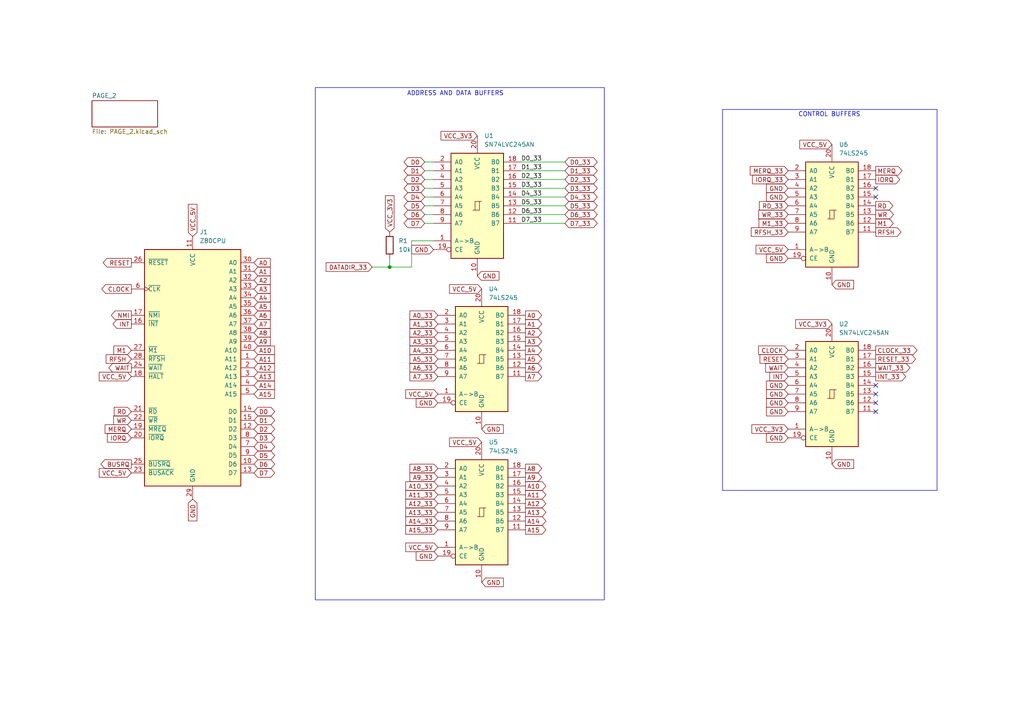
<source format=kicad_sch>
(kicad_sch (version 20231120) (generator "eeschema") (generator_version "8.0")
  (paper "A4")
  (lib_symbols
    (symbol "74xx:74LS245" (pin_names (offset 1.016))
      (property "Reference" "U" (at -7.62 16.51 0))
      (property "Value" "74LS245" (at -7.62 -16.51 0))
      (symbol "74LS245_1_0"
        (polyline (pts (xy -0.635 -1.27) (xy -0.635 1.27) (xy 0.635 1.27)))
        (polyline (pts (xy -1.27 -1.27) (xy 0.635 -1.27) (xy 0.635 1.27) (xy 1.27 1.27)))
        (pin input line (at -12.7 -10.16 0) (length 5.08) (name "A->B") (number "1"))
        (pin power_in line (at 0 -20.32 90) (length 5.08) (name "GND") (number "10"))
        (pin tri_state line (at 12.7 -5.08 180) (length 5.08) (name "B7") (number "11"))
        (pin tri_state line (at 12.7 -2.54 180) (length 5.08) (name "B6") (number "12"))
        (pin tri_state line (at 12.7 0 180) (length 5.08) (name "B5") (number "13"))
        (pin tri_state line (at 12.7 2.54 180) (length 5.08) (name "B4") (number "14"))
        (pin tri_state line (at 12.7 5.08 180) (length 5.08) (name "B3") (number "15"))
        (pin tri_state line (at 12.7 7.62 180) (length 5.08) (name "B2") (number "16"))
        (pin tri_state line (at 12.7 10.16 180) (length 5.08) (name "B1") (number "17"))
        (pin tri_state line (at 12.7 12.7 180) (length 5.08) (name "B0") (number "18"))
        (pin input inverted (at -12.7 -12.7 0) (length 5.08) (name "CE") (number "19"))
        (pin tri_state line (at -12.7 12.7 0) (length 5.08) (name "A0") (number "2"))
        (pin power_in line (at 0 20.32 270) (length 5.08) (name "VCC") (number "20"))
        (pin tri_state line (at -12.7 10.16 0) (length 5.08) (name "A1") (number "3"))
        (pin tri_state line (at -12.7 7.62 0) (length 5.08) (name "A2") (number "4"))
        (pin tri_state line (at -12.7 5.08 0) (length 5.08) (name "A3") (number "5"))
        (pin tri_state line (at -12.7 2.54 0) (length 5.08) (name "A4") (number "6"))
        (pin tri_state line (at -12.7 0 0) (length 5.08) (name "A5") (number "7"))
        (pin tri_state line (at -12.7 -2.54 0) (length 5.08) (name "A6") (number "8"))
        (pin tri_state line (at -12.7 -5.08 0) (length 5.08) (name "A7") (number "9"))
      )
      (symbol "74LS245_1_1"
        (rectangle (start -7.62 15.24) (end 7.62 -15.24) (stroke (width 0.254)) (fill (type background)))
      )
    )
    (symbol "CPU:Z80CPU" (pin_names (offset 1.016))
      (property "Reference" "U" (at -13.97 35.56 0))
      (property "Value" "Z80CPU" (at 6.35 35.56 0))
      (symbol "Z80CPU_0_1"
        (rectangle (start -13.97 34.29) (end 13.97 -34.29) (stroke (width 0.254)) (fill (type background)))
      )
      (symbol "Z80CPU_1_1"
        (pin output line (at 17.78 2.54 180) (length 3.81) (name "A11") (number "1"))
        (pin bidirectional line (at 17.78 -27.94 180) (length 3.81) (name "D6") (number "10"))
        (pin power_in line (at 0 38.1 270) (length 3.81) (name "VCC") (number "11"))
        (pin bidirectional line (at 17.78 -17.78 180) (length 3.81) (name "D2") (number "12"))
        (pin bidirectional line (at 17.78 -30.48 180) (length 3.81) (name "D7") (number "13"))
        (pin bidirectional line (at 17.78 -12.7 180) (length 3.81) (name "D0") (number "14"))
        (pin bidirectional line (at 17.78 -15.24 180) (length 3.81) (name "D1") (number "15"))
        (pin input line (at -17.78 12.7 0) (length 3.81) (name "~{INT}") (number "16"))
        (pin input line (at -17.78 15.24 0) (length 3.81) (name "~{NMI}") (number "17"))
        (pin output line (at -17.78 -2.54 0) (length 3.81) (name "~{HALT}") (number "18"))
        (pin output line (at -17.78 -17.78 0) (length 3.81) (name "~{MREQ}") (number "19"))
        (pin output line (at 17.78 0 180) (length 3.81) (name "A12") (number "2"))
        (pin output line (at -17.78 -20.32 0) (length 3.81) (name "~{IORQ}") (number "20"))
        (pin output line (at -17.78 -12.7 0) (length 3.81) (name "~{RD}") (number "21"))
        (pin output line (at -17.78 -15.24 0) (length 3.81) (name "~{WR}") (number "22"))
        (pin output line (at -17.78 -30.48 0) (length 3.81) (name "~{BUSACK}") (number "23"))
        (pin input line (at -17.78 0 0) (length 3.81) (name "~{WAIT}") (number "24"))
        (pin input line (at -17.78 -27.94 0) (length 3.81) (name "~{BUSRQ}") (number "25"))
        (pin input line (at -17.78 30.48 0) (length 3.81) (name "~{RESET}") (number "26"))
        (pin output line (at -17.78 5.08 0) (length 3.81) (name "~{M1}") (number "27"))
        (pin output line (at -17.78 2.54 0) (length 3.81) (name "~{RFSH}") (number "28"))
        (pin power_in line (at 0 -38.1 90) (length 3.81) (name "GND") (number "29"))
        (pin output line (at 17.78 -2.54 180) (length 3.81) (name "A13") (number "3"))
        (pin output line (at 17.78 30.48 180) (length 3.81) (name "A0") (number "30"))
        (pin output line (at 17.78 27.94 180) (length 3.81) (name "A1") (number "31"))
        (pin output line (at 17.78 25.4 180) (length 3.81) (name "A2") (number "32"))
        (pin output line (at 17.78 22.86 180) (length 3.81) (name "A3") (number "33"))
        (pin output line (at 17.78 20.32 180) (length 3.81) (name "A4") (number "34"))
        (pin output line (at 17.78 17.78 180) (length 3.81) (name "A5") (number "35"))
        (pin output line (at 17.78 15.24 180) (length 3.81) (name "A6") (number "36"))
        (pin output line (at 17.78 12.7 180) (length 3.81) (name "A7") (number "37"))
        (pin output line (at 17.78 10.16 180) (length 3.81) (name "A8") (number "38"))
        (pin output line (at 17.78 7.62 180) (length 3.81) (name "A9") (number "39"))
        (pin output line (at 17.78 -5.08 180) (length 3.81) (name "A14") (number "4"))
        (pin output line (at 17.78 5.08 180) (length 3.81) (name "A10") (number "40"))
        (pin output line (at 17.78 -7.62 180) (length 3.81) (name "A15") (number "5"))
        (pin input clock (at -17.78 22.86 0) (length 3.81) (name "~{CLK}") (number "6"))
        (pin bidirectional line (at 17.78 -22.86 180) (length 3.81) (name "D4") (number "7"))
        (pin bidirectional line (at 17.78 -20.32 180) (length 3.81) (name "D3") (number "8"))
        (pin bidirectional line (at 17.78 -25.4 180) (length 3.81) (name "D5") (number "9"))
      )
    )
    (symbol "Device:R" (pin_numbers hide) (pin_names (offset 0))
      (property "Reference" "R" (at 2.032 0 90))
      (property "Value" "R" (at 0 0 90))
      (symbol "R_0_1"
        (rectangle (start -1.016 -2.54) (end 1.016 2.54) (stroke (width 0.254)))
      )
      (symbol "R_1_1"
        (pin passive line (at 0 3.81 270) (length 1.27) (name "~") (number "1"))
        (pin passive line (at 0 -3.81 90) (length 1.27) (name "~") (number "2"))
      )
    )
    (symbol "Mi_libreria:SN74LVC245AN" (pin_names (offset 1.016))
      (property "Reference" "U" (at -7.62 16.51 0))
      (property "Value" "SN74LVC245AN" (at -7.62 -16.51 0))
      (symbol "SN74LVC245AN_1_0"
        (polyline (pts (xy -0.635 -1.27) (xy -0.635 1.27) (xy 0.635 1.27)))
        (polyline (pts (xy -1.27 -1.27) (xy 0.635 -1.27) (xy 0.635 1.27) (xy 1.27 1.27)))
        (pin input line (at -12.7 -10.16 0) (length 5.08) (name "A->B") (number "1"))
        (pin power_in line (at 0 -20.32 90) (length 5.08) (name "GND") (number "10"))
        (pin tri_state line (at 12.7 -5.08 180) (length 5.08) (name "B7") (number "11"))
        (pin tri_state line (at 12.7 -2.54 180) (length 5.08) (name "B6") (number "12"))
        (pin tri_state line (at 12.7 0 180) (length 5.08) (name "B5") (number "13"))
        (pin tri_state line (at 12.7 2.54 180) (length 5.08) (name "B4") (number "14"))
        (pin tri_state line (at 12.7 5.08 180) (length 5.08) (name "B3") (number "15"))
        (pin tri_state line (at 12.7 7.62 180) (length 5.08) (name "B2") (number "16"))
        (pin tri_state line (at 12.7 10.16 180) (length 5.08) (name "B1") (number "17"))
        (pin tri_state line (at 12.7 12.7 180) (length 5.08) (name "B0") (number "18"))
        (pin input inverted (at -12.7 -12.7 0) (length 5.08) (name "CE") (number "19"))
        (pin tri_state line (at -12.7 12.7 0) (length 5.08) (name "A0") (number "2"))
        (pin power_in line (at 0 20.32 270) (length 5.08) (name "VCC") (number "20"))
        (pin tri_state line (at -12.7 10.16 0) (length 5.08) (name "A1") (number "3"))
        (pin tri_state line (at -12.7 7.62 0) (length 5.08) (name "A2") (number "4"))
        (pin tri_state line (at -12.7 5.08 0) (length 5.08) (name "A3") (number "5"))
        (pin tri_state line (at -12.7 2.54 0) (length 5.08) (name "A4") (number "6"))
        (pin tri_state line (at -12.7 0 0) (length 5.08) (name "A5") (number "7"))
        (pin tri_state line (at -12.7 -2.54 0) (length 5.08) (name "A6") (number "8"))
        (pin tri_state line (at -12.7 -5.08 0) (length 5.08) (name "A7") (number "9"))
      )
      (symbol "SN74LVC245AN_1_1"
        (rectangle (start -7.62 15.24) (end 7.62 -15.24) (stroke (width 0.254)) (fill (type background)))
      )
    )
    (symbol "SN74LVC245AN_1" (pin_names (offset 1.016))
      (property "Reference" "U1" (at 2.0194 20.32 0))
      (property "Value" "SN74LVC245AN" (at 2.0194 17.78 0))
      (symbol "SN74LVC245AN_1_1_0"
        (polyline (pts (xy -0.635 -1.27) (xy -0.635 1.27) (xy 0.635 1.27)))
        (polyline (pts (xy -1.27 -1.27) (xy 0.635 -1.27) (xy 0.635 1.27) (xy 1.27 1.27)))
        (pin input line (at -12.7 -10.16 0) (length 5.08) (name "A->B") (number "1"))
        (pin power_in line (at 0 -20.32 90) (length 5.08) (name "GND") (number "10"))
        (pin tri_state line (at 12.7 -5.08 180) (length 5.08) (name "B7") (number "11"))
        (pin tri_state line (at 12.7 -2.54 180) (length 5.08) (name "B6") (number "12"))
        (pin tri_state line (at 12.7 0 180) (length 5.08) (name "B5") (number "13"))
        (pin tri_state line (at 12.7 2.54 180) (length 5.08) (name "B4") (number "14"))
        (pin tri_state line (at 12.7 5.08 180) (length 5.08) (name "B3") (number "15"))
        (pin tri_state line (at 12.7 7.62 180) (length 5.08) (name "B2") (number "16"))
        (pin tri_state line (at 12.7 10.16 180) (length 5.08) (name "B1") (number "17"))
        (pin tri_state line (at 12.7 12.7 180) (length 5.08) (name "B0") (number "18"))
        (pin input inverted (at -12.7 -12.7 0) (length 5.08) (name "CE") (number "19"))
        (pin tri_state line (at -12.7 12.7 0) (length 5.08) (name "A0") (number "2"))
        (pin power_in line (at 0 20.32 270) (length 5.08) (name "VCC") (number "20"))
        (pin tri_state line (at -12.7 10.16 0) (length 5.08) (name "A1") (number "3"))
        (pin tri_state line (at -12.7 7.62 0) (length 5.08) (name "A2") (number "4"))
        (pin tri_state line (at -12.7 5.08 0) (length 5.08) (name "A3") (number "5"))
        (pin tri_state line (at -12.7 2.54 0) (length 5.08) (name "A4") (number "6"))
        (pin tri_state line (at -12.7 0 0) (length 5.08) (name "A5") (number "7"))
        (pin tri_state line (at -12.7 -2.54 0) (length 5.08) (name "A6") (number "8"))
        (pin tri_state line (at -12.7 -5.08 0) (length 5.08) (name "A7") (number "9"))
      )
      (symbol "SN74LVC245AN_1_1_1"
        (rectangle (start -7.62 15.24) (end 7.62 -15.24) (stroke (width 0.254)) (fill (type background)))
      )
    )
  )
  (junction (at 113.03 77.47))
  (no_connect (at 254 54.61))
  (no_connect (at 254 114.3))
  (no_connect (at 254 116.84))
  (no_connect (at 254 119.38))
  (no_connect (at 254 111.76))
  (no_connect (at 254 57.15))
  (wire (pts (xy 113.03 74.93) (xy 113.03 77.47)))
  (wire (pts (xy 107.95 77.47) (xy 113.03 77.47)))
  (wire (pts (xy 119.38 69.85) (xy 125.73 69.85)))
  (wire (pts (xy 151.13 46.99) (xy 163.83 46.99)))
  (wire (pts (xy 123.19 49.53) (xy 125.73 49.53)))
  (wire (pts (xy 123.19 54.61) (xy 125.73 54.61)))
  (wire (pts (xy 151.13 52.07) (xy 163.83 52.07)))
  (wire (pts (xy 123.19 64.77) (xy 125.73 64.77)))
  (wire (pts (xy 151.13 59.69) (xy 163.83 59.69)))
  (wire (pts (xy 119.38 69.85) (xy 119.38 77.47)))
  (wire (pts (xy 123.19 52.07) (xy 125.73 52.07)))
  (wire (pts (xy 123.19 57.15) (xy 125.73 57.15)))
  (wire (pts (xy 123.19 59.69) (xy 125.73 59.69)))
  (wire (pts (xy 151.13 57.15) (xy 163.83 57.15)))
  (wire (pts (xy 151.13 64.77) (xy 163.83 64.77)))
  (wire (pts (xy 151.13 54.61) (xy 163.83 54.61)))
  (wire (pts (xy 113.03 77.47) (xy 119.38 77.47)))
  (wire (pts (xy 123.19 62.23) (xy 125.73 62.23)))
  (wire (pts (xy 123.19 46.99) (xy 125.73 46.99)))
  (wire (pts (xy 151.13 49.53) (xy 163.83 49.53)))
  (wire (pts (xy 151.13 62.23) (xy 163.83 62.23)))
  (rectangle (start 209.55 31.75) (end 271.78 142.24))
  (rectangle (start 91.44 25.4) (end 175.26 173.99))
  (text "ADDRESS AND DATA BUFFERS" (at 132.08 27.178 0) (effects (font (size 1.27 1.27))))
  (text "CONTROL BUFFERS" (at 240.538 33.274 0) (effects (font (size 1.27 1.27))))
  (label "D0_33" (at 151.13 46.99 0))
  (label "D1_33" (at 151.13 49.53 0))
  (label "D4_33" (at 151.13 57.15 0))
  (label "D3_33" (at 151.13 54.61 0))
  (label "D5_33" (at 151.13 59.69 0))
  (label "D2_33" (at 151.13 52.07 0))
  (label "D6_33" (at 151.13 62.23 0))
  (label "D7_33" (at 151.13 64.77 0))
  (global_label "VCC_3V3" (shape input) (at 228.6 124.46 180) (property "Intersheetrefs" "${INTERSHEET_REFS}" (effects (hide yes))))
  (global_label "A4_33" (shape input) (at 127 101.6 180) (property "Intersheetrefs" "${INTERSHEET_REFS}" (effects (hide yes))))
  (global_label "D0" (shape bidirectional) (at 123.19 46.99 180) (property "Intersheetrefs" "${INTERSHEET_REFS}" (effects (hide yes))))
  (global_label "D2" (shape bidirectional) (at 73.66 124.46 0) (property "Intersheetrefs" "${INTERSHEET_REFS}" (effects (hide yes))))
  (global_label "A14" (shape output) (at 152.4 151.13 0) (property "Intersheetrefs" "${INTERSHEET_REFS}" (effects (hide yes))))
  (global_label "MERQ" (shape input) (at 38.1 124.46 180) (property "Intersheetrefs" "${INTERSHEET_REFS}" (effects (hide yes))))
  (global_label "GND" (shape input) (at 127 116.84 180) (property "Intersheetrefs" "${INTERSHEET_REFS}" (effects (hide yes))))
  (global_label "A4" (shape input) (at 73.66 86.36 0) (property "Intersheetrefs" "${INTERSHEET_REFS}" (effects (hide yes))))
  (global_label "A2" (shape input) (at 73.66 81.28 0) (property "Intersheetrefs" "${INTERSHEET_REFS}" (effects (hide yes))))
  (global_label "D1" (shape bidirectional) (at 73.66 121.92 0) (property "Intersheetrefs" "${INTERSHEET_REFS}" (effects (hide yes))))
  (global_label "A2_33" (shape input) (at 127 96.52 180) (property "Intersheetrefs" "${INTERSHEET_REFS}" (effects (hide yes))))
  (global_label "A8" (shape input) (at 73.66 96.52 0) (property "Intersheetrefs" "${INTERSHEET_REFS}" (effects (hide yes))))
  (global_label "VCC_5V" (shape input) (at 139.7 83.82 180) (property "Intersheetrefs" "${INTERSHEET_REFS}" (effects (hide yes))))
  (global_label "A3" (shape input) (at 73.66 83.82 0) (property "Intersheetrefs" "${INTERSHEET_REFS}" (effects (hide yes))))
  (global_label "GND" (shape input) (at 138.43 80.01 0) (property "Intersheetrefs" "${INTERSHEET_REFS}" (effects (hide yes))))
  (global_label "A15" (shape output) (at 152.4 153.67 0) (property "Intersheetrefs" "${INTERSHEET_REFS}" (effects (hide yes))))
  (global_label "WAIT" (shape output) (at 38.1 106.68 180) (property "Intersheetrefs" "${INTERSHEET_REFS}" (effects (hide yes))))
  (global_label "GND" (shape input) (at 228.6 127 180) (property "Intersheetrefs" "${INTERSHEET_REFS}" (effects (hide yes))))
  (global_label "A1" (shape output) (at 152.4 93.98 0) (property "Intersheetrefs" "${INTERSHEET_REFS}" (effects (hide yes))))
  (global_label "DATADIR_33" (shape input) (at 107.95 77.47 180) (property "Intersheetrefs" "${INTERSHEET_REFS}" (effects (hide yes))))
  (global_label "A10" (shape output) (at 152.4 140.97 0) (property "Intersheetrefs" "${INTERSHEET_REFS}" (effects (hide yes))))
  (global_label "D7" (shape bidirectional) (at 123.19 64.77 180) (property "Intersheetrefs" "${INTERSHEET_REFS}" (effects (hide yes))))
  (global_label "GND" (shape input) (at 228.6 116.84 180) (property "Intersheetrefs" "${INTERSHEET_REFS}" (effects (hide yes))))
  (global_label "GND" (shape input) (at 139.7 124.46 0) (property "Intersheetrefs" "${INTERSHEET_REFS}" (effects (hide yes))))
  (global_label "CLOCK_33" (shape output) (at 254 101.6 0) (property "Intersheetrefs" "${INTERSHEET_REFS}" (effects (hide yes))))
  (global_label "WR" (shape output) (at 254 62.23 0) (property "Intersheetrefs" "${INTERSHEET_REFS}" (effects (hide yes))))
  (global_label "A3" (shape output) (at 152.4 99.06 0) (property "Intersheetrefs" "${INTERSHEET_REFS}" (effects (hide yes))))
  (global_label "A12" (shape input) (at 73.66 106.68 0) (property "Intersheetrefs" "${INTERSHEET_REFS}" (effects (hide yes))))
  (global_label "A0" (shape output) (at 152.4 91.44 0) (property "Intersheetrefs" "${INTERSHEET_REFS}" (effects (hide yes))))
  (global_label "INT_33" (shape output) (at 254 109.22 0) (property "Intersheetrefs" "${INTERSHEET_REFS}" (effects (hide yes))))
  (global_label "GND" (shape input) (at 228.6 119.38 180) (property "Intersheetrefs" "${INTERSHEET_REFS}" (effects (hide yes))))
  (global_label "MERQ" (shape output) (at 254 49.53 0) (property "Intersheetrefs" "${INTERSHEET_REFS}" (effects (hide yes))))
  (global_label "A9_33" (shape input) (at 127 138.43 180) (property "Intersheetrefs" "${INTERSHEET_REFS}" (effects (hide yes))))
  (global_label "A12_33" (shape input) (at 127 146.05 180) (property "Intersheetrefs" "${INTERSHEET_REFS}" (effects (hide yes))))
  (global_label "A15_33" (shape input) (at 127 153.67 180) (property "Intersheetrefs" "${INTERSHEET_REFS}" (effects (hide yes))))
  (global_label "VCC_3V3" (shape input) (at 113.03 67.31 90) (property "Intersheetrefs" "${INTERSHEET_REFS}" (effects (hide yes))))
  (global_label "A13" (shape output) (at 152.4 148.59 0) (property "Intersheetrefs" "${INTERSHEET_REFS}" (effects (hide yes))))
  (global_label "CLOCK" (shape input) (at 228.6 101.6 180) (property "Intersheetrefs" "${INTERSHEET_REFS}" (effects (hide yes))))
  (global_label "VCC_5V" (shape input) (at 127 114.3 180) (property "Intersheetrefs" "${INTERSHEET_REFS}" (effects (hide yes))))
  (global_label "VCC_5V" (shape input) (at 241.3 41.91 180) (property "Intersheetrefs" "${INTERSHEET_REFS}" (effects (hide yes))))
  (global_label "RESET" (shape input) (at 228.6 104.14 180) (property "Intersheetrefs" "${INTERSHEET_REFS}" (effects (hide yes))))
  (global_label "VCC_3V3" (shape input) (at 138.43 39.37 180) (property "Intersheetrefs" "${INTERSHEET_REFS}" (effects (hide yes))))
  (global_label "M1" (shape input) (at 38.1 101.6 180) (property "Intersheetrefs" "${INTERSHEET_REFS}" (effects (hide yes))))
  (global_label "A5" (shape input) (at 73.66 88.9 0) (property "Intersheetrefs" "${INTERSHEET_REFS}" (effects (hide yes))))
  (global_label "M1_33" (shape input) (at 228.6 64.77 180) (property "Intersheetrefs" "${INTERSHEET_REFS}" (effects (hide yes))))
  (global_label "A0_33" (shape input) (at 127 91.44 180) (property "Intersheetrefs" "${INTERSHEET_REFS}" (effects (hide yes))))
  (global_label "A12" (shape output) (at 152.4 146.05 0) (property "Intersheetrefs" "${INTERSHEET_REFS}" (effects (hide yes))))
  (global_label "A7" (shape input) (at 73.66 93.98 0) (property "Intersheetrefs" "${INTERSHEET_REFS}" (effects (hide yes))))
  (global_label "GND" (shape input) (at 228.6 111.76 180) (property "Intersheetrefs" "${INTERSHEET_REFS}" (effects (hide yes))))
  (global_label "M1" (shape output) (at 254 64.77 0) (property "Intersheetrefs" "${INTERSHEET_REFS}" (effects (hide yes))))
  (global_label "GND" (shape input) (at 125.73 72.39 180) (property "Intersheetrefs" "${INTERSHEET_REFS}" (effects (hide yes))))
  (global_label "A10" (shape input) (at 73.66 101.6 0) (property "Intersheetrefs" "${INTERSHEET_REFS}" (effects (hide yes))))
  (global_label "RD_33" (shape input) (at 228.6 59.69 180) (property "Intersheetrefs" "${INTERSHEET_REFS}" (effects (hide yes))))
  (global_label "D7" (shape bidirectional) (at 73.66 137.16 0) (property "Intersheetrefs" "${INTERSHEET_REFS}" (effects (hide yes))))
  (global_label "A11" (shape input) (at 73.66 104.14 0) (property "Intersheetrefs" "${INTERSHEET_REFS}" (effects (hide yes))))
  (global_label "VCC_5V" (shape input) (at 38.1 109.22 180) (property "Intersheetrefs" "${INTERSHEET_REFS}" (effects (hide yes))))
  (global_label "A6" (shape input) (at 73.66 91.44 0) (property "Intersheetrefs" "${INTERSHEET_REFS}" (effects (hide yes))))
  (global_label "D6" (shape bidirectional) (at 73.66 134.62 0) (property "Intersheetrefs" "${INTERSHEET_REFS}" (effects (hide yes))))
  (global_label "A15" (shape input) (at 73.66 114.3 0) (property "Intersheetrefs" "${INTERSHEET_REFS}" (effects (hide yes))))
  (global_label "GND" (shape input) (at 228.6 74.93 180) (property "Intersheetrefs" "${INTERSHEET_REFS}" (effects (hide yes))))
  (global_label "A11_33" (shape input) (at 127 143.51 180) (property "Intersheetrefs" "${INTERSHEET_REFS}" (effects (hide yes))))
  (global_label "D6_33" (shape bidirectional) (at 163.83 62.23 0) (property "Intersheetrefs" "${INTERSHEET_REFS}" (effects (hide yes))))
  (global_label "IORQ" (shape input) (at 38.1 127 180) (property "Intersheetrefs" "${INTERSHEET_REFS}" (effects (hide yes))))
  (global_label "A0" (shape input) (at 73.66 76.2 0) (property "Intersheetrefs" "${INTERSHEET_REFS}" (effects (hide yes))))
  (global_label "D5" (shape bidirectional) (at 73.66 132.08 0) (property "Intersheetrefs" "${INTERSHEET_REFS}" (effects (hide yes))))
  (global_label "A6_33" (shape input) (at 127 106.68 180) (property "Intersheetrefs" "${INTERSHEET_REFS}" (effects (hide yes))))
  (global_label "A5" (shape output) (at 152.4 104.14 0) (property "Intersheetrefs" "${INTERSHEET_REFS}" (effects (hide yes))))
  (global_label "D2_33" (shape bidirectional) (at 163.83 52.07 0) (property "Intersheetrefs" "${INTERSHEET_REFS}" (effects (hide yes))))
  (global_label "VCC_3V3" (shape input) (at 241.3 93.98 180) (property "Intersheetrefs" "${INTERSHEET_REFS}" (effects (hide yes))))
  (global_label "RFSH" (shape input) (at 38.1 104.14 180) (property "Intersheetrefs" "${INTERSHEET_REFS}" (effects (hide yes))))
  (global_label "RESET_33" (shape output) (at 254 104.14 0) (property "Intersheetrefs" "${INTERSHEET_REFS}" (effects (hide yes))))
  (global_label "GND" (shape input) (at 241.3 134.62 0) (property "Intersheetrefs" "${INTERSHEET_REFS}" (effects (hide yes))))
  (global_label "A1_33" (shape input) (at 127 93.98 180) (property "Intersheetrefs" "${INTERSHEET_REFS}" (effects (hide yes))))
  (global_label "D3" (shape bidirectional) (at 73.66 127 0) (property "Intersheetrefs" "${INTERSHEET_REFS}" (effects (hide yes))))
  (global_label "A10_33" (shape input) (at 127 140.97 180) (property "Intersheetrefs" "${INTERSHEET_REFS}" (effects (hide yes))))
  (global_label "IORQ_33" (shape input) (at 228.6 52.07 180) (property "Intersheetrefs" "${INTERSHEET_REFS}" (effects (hide yes))))
  (global_label "WR" (shape input) (at 38.1 121.92 180) (property "Intersheetrefs" "${INTERSHEET_REFS}" (effects (hide yes))))
  (global_label "RESET" (shape output) (at 38.1 76.2 180) (property "Intersheetrefs" "${INTERSHEET_REFS}" (effects (hide yes))))
  (global_label "D6" (shape bidirectional) (at 123.19 62.23 180) (property "Intersheetrefs" "${INTERSHEET_REFS}" (effects (hide yes))))
  (global_label "A4" (shape output) (at 152.4 101.6 0) (property "Intersheetrefs" "${INTERSHEET_REFS}" (effects (hide yes))))
  (global_label "VCC_5V" (shape input) (at 38.1 137.16 180) (property "Intersheetrefs" "${INTERSHEET_REFS}" (effects (hide yes))))
  (global_label "A14_33" (shape input) (at 127 151.13 180) (property "Intersheetrefs" "${INTERSHEET_REFS}" (effects (hide yes))))
  (global_label "A7_33" (shape input) (at 127 109.22 180) (property "Intersheetrefs" "${INTERSHEET_REFS}" (effects (hide yes))))
  (global_label "D2" (shape bidirectional) (at 123.19 52.07 180) (property "Intersheetrefs" "${INTERSHEET_REFS}" (effects (hide yes))))
  (global_label "IORQ" (shape output) (at 254 52.07 0) (property "Intersheetrefs" "${INTERSHEET_REFS}" (effects (hide yes))))
  (global_label "INT" (shape output) (at 38.1 93.98 180) (property "Intersheetrefs" "${INTERSHEET_REFS}" (effects (hide yes))))
  (global_label "WAIT" (shape input) (at 228.6 106.68 180) (property "Intersheetrefs" "${INTERSHEET_REFS}" (effects (hide yes))))
  (global_label "A5_33" (shape input) (at 127 104.14 180) (property "Intersheetrefs" "${INTERSHEET_REFS}" (effects (hide yes))))
  (global_label "RD" (shape output) (at 254 59.69 0) (property "Intersheetrefs" "${INTERSHEET_REFS}" (effects (hide yes))))
  (global_label "MERQ_33" (shape input) (at 228.6 49.53 180) (property "Intersheetrefs" "${INTERSHEET_REFS}" (effects (hide yes))))
  (global_label "RFSH" (shape output) (at 254 67.31 0) (property "Intersheetrefs" "${INTERSHEET_REFS}" (effects (hide yes))))
  (global_label "A13_33" (shape input) (at 127 148.59 180) (property "Intersheetrefs" "${INTERSHEET_REFS}" (effects (hide yes))))
  (global_label "A7" (shape output) (at 152.4 109.22 0) (property "Intersheetrefs" "${INTERSHEET_REFS}" (effects (hide yes))))
  (global_label "GND" (shape input) (at 55.88 144.78 270) (property "Intersheetrefs" "${INTERSHEET_REFS}" (effects (hide yes))))
  (global_label "A9" (shape input) (at 73.66 99.06 0) (property "Intersheetrefs" "${INTERSHEET_REFS}" (effects (hide yes))))
  (global_label "D5" (shape bidirectional) (at 123.19 59.69 180) (property "Intersheetrefs" "${INTERSHEET_REFS}" (effects (hide yes))))
  (global_label "D3_33" (shape bidirectional) (at 163.83 54.61 0) (property "Intersheetrefs" "${INTERSHEET_REFS}" (effects (hide yes))))
  (global_label "GND" (shape input) (at 241.3 82.55 0) (property "Intersheetrefs" "${INTERSHEET_REFS}" (effects (hide yes))))
  (global_label "GND" (shape input) (at 228.6 57.15 180) (property "Intersheetrefs" "${INTERSHEET_REFS}" (effects (hide yes))))
  (global_label "VCC_5V" (shape input) (at 139.7 128.27 180) (property "Intersheetrefs" "${INTERSHEET_REFS}" (effects (hide yes))))
  (global_label "CLOCK" (shape output) (at 38.1 83.82 180) (property "Intersheetrefs" "${INTERSHEET_REFS}" (effects (hide yes))))
  (global_label "D4_33" (shape bidirectional) (at 163.83 57.15 0) (property "Intersheetrefs" "${INTERSHEET_REFS}" (effects (hide yes))))
  (global_label "GND" (shape input) (at 127 161.29 180) (property "Intersheetrefs" "${INTERSHEET_REFS}" (effects (hide yes))))
  (global_label "D4" (shape bidirectional) (at 123.19 57.15 180) (property "Intersheetrefs" "${INTERSHEET_REFS}" (effects (hide yes))))
  (global_label "GND" (shape input) (at 228.6 54.61 180) (property "Intersheetrefs" "${INTERSHEET_REFS}" (effects (hide yes))))
  (global_label "A2" (shape output) (at 152.4 96.52 0) (property "Intersheetrefs" "${INTERSHEET_REFS}" (effects (hide yes))))
  (global_label "D4" (shape bidirectional) (at 73.66 129.54 0) (property "Intersheetrefs" "${INTERSHEET_REFS}" (effects (hide yes))))
  (global_label "VCC_5V" (shape input) (at 228.6 72.39 180) (property "Intersheetrefs" "${INTERSHEET_REFS}" (effects (hide yes))))
  (global_label "A6" (shape output) (at 152.4 106.68 0) (property "Intersheetrefs" "${INTERSHEET_REFS}" (effects (hide yes))))
  (global_label "INT" (shape input) (at 228.6 109.22 180) (property "Intersheetrefs" "${INTERSHEET_REFS}" (effects (hide yes))))
  (global_label "GND" (shape input) (at 228.6 114.3 180) (property "Intersheetrefs" "${INTERSHEET_REFS}" (effects (hide yes))))
  (global_label "BUSRQ" (shape output) (at 38.1 134.62 180) (property "Intersheetrefs" "${INTERSHEET_REFS}" (effects (hide yes))))
  (global_label "NMI" (shape output) (at 38.1 91.44 180) (property "Intersheetrefs" "${INTERSHEET_REFS}" (effects (hide yes))))
  (global_label "A11" (shape output) (at 152.4 143.51 0) (property "Intersheetrefs" "${INTERSHEET_REFS}" (effects (hide yes))))
  (global_label "A1" (shape input) (at 73.66 78.74 0) (property "Intersheetrefs" "${INTERSHEET_REFS}" (effects (hide yes))))
  (global_label "D0" (shape bidirectional) (at 73.66 119.38 0) (property "Intersheetrefs" "${INTERSHEET_REFS}" (effects (hide yes))))
  (global_label "A14" (shape input) (at 73.66 111.76 0) (property "Intersheetrefs" "${INTERSHEET_REFS}" (effects (hide yes))))
  (global_label "D1" (shape bidirectional) (at 123.19 49.53 180) (property "Intersheetrefs" "${INTERSHEET_REFS}" (effects (hide yes))))
  (global_label "A13" (shape input) (at 73.66 109.22 0) (property "Intersheetrefs" "${INTERSHEET_REFS}" (effects (hide yes))))
  (global_label "GND" (shape input) (at 139.7 168.91 0) (property "Intersheetrefs" "${INTERSHEET_REFS}" (effects (hide yes))))
  (global_label "VCC_5V" (shape input) (at 127 158.75 180) (property "Intersheetrefs" "${INTERSHEET_REFS}" (effects (hide yes))))
  (global_label "VCC_5V" (shape input) (at 55.88 68.58 90) (property "Intersheetrefs" "${INTERSHEET_REFS}" (effects (hide yes))))
  (global_label "WR_33" (shape input) (at 228.6 62.23 180) (property "Intersheetrefs" "${INTERSHEET_REFS}" (effects (hide yes))))
  (global_label "D7_33" (shape bidirectional) (at 163.83 64.77 0) (property "Intersheetrefs" "${INTERSHEET_REFS}" (effects (hide yes))))
  (global_label "RFSH_33" (shape input) (at 228.6 67.31 180) (property "Intersheetrefs" "${INTERSHEET_REFS}" (effects (hide yes))))
  (global_label "D5_33" (shape bidirectional) (at 163.83 59.69 0) (property "Intersheetrefs" "${INTERSHEET_REFS}" (effects (hide yes))))
  (global_label "A3_33" (shape input) (at 127 99.06 180) (property "Intersheetrefs" "${INTERSHEET_REFS}" (effects (hide yes))))
  (global_label "D0_33" (shape bidirectional) (at 163.83 46.99 0) (property "Intersheetrefs" "${INTERSHEET_REFS}" (effects (hide yes))))
  (global_label "D3" (shape bidirectional) (at 123.19 54.61 180) (property "Intersheetrefs" "${INTERSHEET_REFS}" (effects (hide yes))))
  (global_label "WAIT_33" (shape output) (at 254 106.68 0) (property "Intersheetrefs" "${INTERSHEET_REFS}" (effects (hide yes))))
  (global_label "RD" (shape input) (at 38.1 119.38 180) (property "Intersheetrefs" "${INTERSHEET_REFS}" (effects (hide yes))))
  (global_label "A9" (shape output) (at 152.4 138.43 0) (property "Intersheetrefs" "${INTERSHEET_REFS}" (effects (hide yes))))
  (global_label "A8" (shape output) (at 152.4 135.89 0) (property "Intersheetrefs" "${INTERSHEET_REFS}" (effects (hide yes))))
  (global_label "A8_33" (shape input) (at 127 135.89 180) (property "Intersheetrefs" "${INTERSHEET_REFS}" (effects (hide yes))))
  (global_label "D1_33" (shape bidirectional) (at 163.83 49.53 0) (property "Intersheetrefs" "${INTERSHEET_REFS}" (effects (hide yes))))
  (symbol (lib_id "Device:R") (at 113.03 71.12 0) (unit 1)
    (property "Reference" "R1" (at 115.57 69.8499 0) (effects (justify left)))
    (property "Value" "10k" (at 115.57 72.3899 0) (effects (justify left)))
    (property "Footprint" "LIB:SMD_RES_1" (effects (hide yes)))
  )
  (symbol (lib_id "Mi_libreria:SN74LVC245AN") (at 241.3 114.3 0) (unit 1)
    (property "Reference" "U2" (at 243.3194 93.98 0) (effects (justify left)))
    (property "Value" "SN74LVC245AN" (at 243.3194 96.52 0) (effects (justify left)))
    (property "Footprint" "LIB:TSSOP-20" (effects (hide yes)))
    (property "Datasheet" "https://www.ti.com/lit/ds/symlink/sn74lvc245a.pdf" (effects (hide yes)))
  )
  (symbol (lib_id "74xx:74LS245") (at 241.3 62.23 0) (unit 1)
    (property "Reference" "U6" (at 243.3194 41.91 0) (effects (justify left)))
    (property "Value" "74LS245" (at 243.3194 44.45 0) (effects (justify left)))
    (property "Footprint" "LIB:SOIC127P1032X265-20N" (effects (hide yes)))
    (property "Datasheet" "http://www.ti.com/lit/gpn/sn74LS245" (effects (hide yes)))
  )
  (symbol (lib_id "CPU:Z80CPU") (at 55.88 106.68 0) (unit 1)
    (property "Reference" "J1" (at 57.8994 67.31 0) (effects (justify left)))
    (property "Value" "Z80CPU" (at 57.8994 69.85 0) (effects (justify left)))
    (property "Footprint" "LIB:DIP-40_W15.24mm_Socket" (effects (hide yes)))
    (property "Datasheet" "www.zilog.com/manage_directlink.php?filepath=docs/z80/um0080" (effects (hide yes)))
  )
  (symbol (lib_id "74xx:74LS245") (at 139.7 104.14 0) (unit 1)
    (property "Reference" "U4" (at 141.7194 83.82 0) (effects (justify left)))
    (property "Value" "74LS245" (at 141.7194 86.36 0) (effects (justify left)))
    (property "Footprint" "LIB:SOIC127P1032X265-20N" (effects (hide yes)))
    (property "Datasheet" "http://www.ti.com/lit/gpn/sn74LS245" (effects (hide yes)))
  )
  (symbol (lib_name "SN74LVC245AN_1") (lib_id "Mi_libreria:SN74LVC245AN") (at 138.43 59.69 0) (unit 1)
    (property "Reference" "U1" (at 140.4494 39.37 0) (effects (justify left)))
    (property "Value" "SN74LVC245AN" (at 140.4494 41.91 0) (effects (justify left)))
    (property "Footprint" "LIB:TSSOP-20" (effects (hide yes)))
    (property "Datasheet" "https://www.ti.com/lit/ds/symlink/sn74lvc245a.pdf" (effects (hide yes)))
  )
  (symbol (lib_id "74xx:74LS245") (at 139.7 148.59 0) (unit 1)
    (property "Reference" "U5" (at 141.7194 128.27 0) (effects (justify left)))
    (property "Value" "74LS245" (at 141.7194 130.81 0) (effects (justify left)))
    (property "Footprint" "LIB:SOIC127P1032X265-20N" (effects (hide yes)))
    (property "Datasheet" "http://www.ti.com/lit/gpn/sn74LS245" (effects (hide yes)))
  )
  (sheet (at 26.67 29.21) (size 19.05 7.62) (stroke (width 0.1524))
    (property "Sheetname" "PAGE_2" (at 26.67 28.4984 0) (effects (justify left bottom)))
    (property "Sheetfile" "PAGE_2.kicad_sch" (at 26.67 37.4146 0) (effects (justify left top)))
  )
)
</source>
